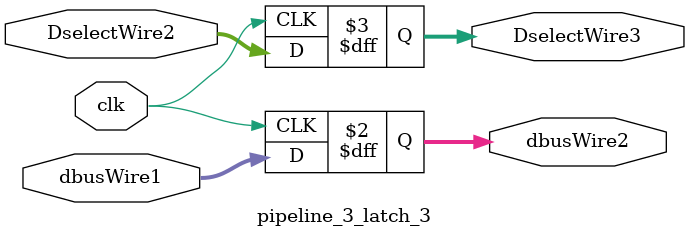
<source format=v>
module pipeline_3_latch_3(clk, dbusWire1, DselectWire2, dbusWire2, DselectWire3);
  input clk;
  input [31:0] dbusWire1, DselectWire2;
  output [31:0] dbusWire2, DselectWire3;
  reg [31:0] dbusWire2, DselectWire3;
  always @(posedge clk) begin
    dbusWire2 = dbusWire1;
    DselectWire3 = DselectWire2;
  end
endmodule
</source>
